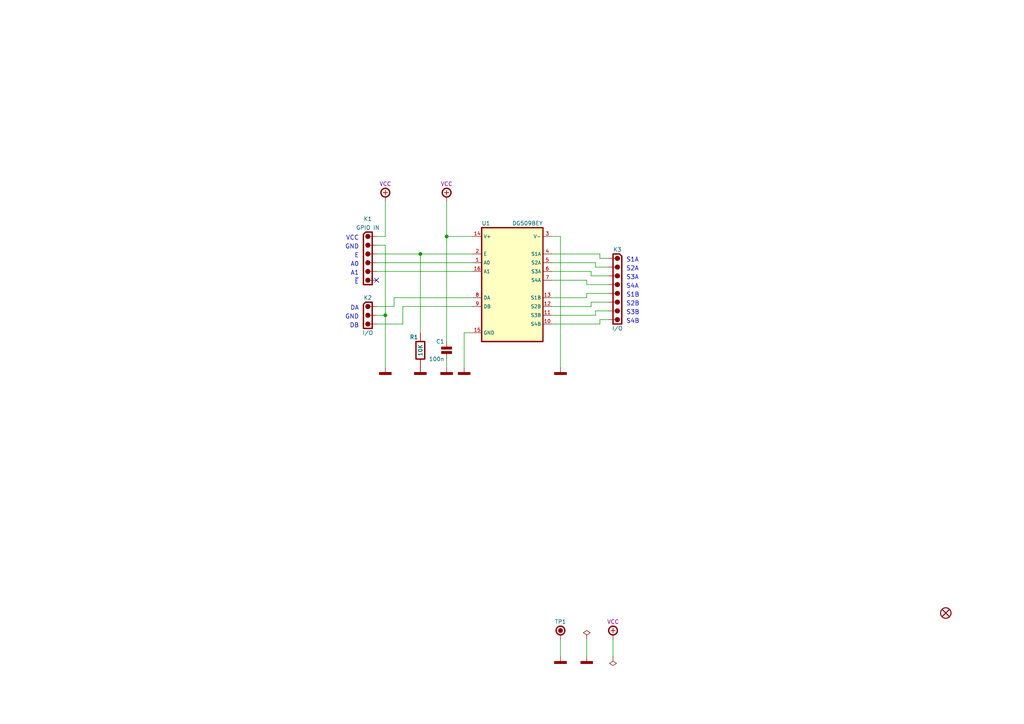
<source format=kicad_sch>
(kicad_sch (version 20231120) (generator "eeschema") (generator_version "8.0")
  (paper "A4")
  (title_block (title "GPIO - DG509B-HEADER") (date "01/2022") (rev "A"))
  (lib_symbols
    (symbol "tronixio:3M-SJ5376" (pin_numbers hide) (pin_names (offset 0) hide)
      (symbol "3M-SJ5376_0_1"
        (polyline (pts (xy -1.016 -1.016) (xy 1.016 1.016)) (stroke (width 0.3)))
        (polyline (pts (xy 1.016 -1.016) (xy -1.016 1.016)) (stroke (width 0.3)))
        (circle (center 0 0) (radius 1.524) (stroke (width 0.3)))
      )
    )
    (symbol "tronixio:CAPACITOR-1206-100N-50V-5P-X7R" (pin_numbers hide) (pin_names (offset 0) hide)
      (property "Reference" "C" (at 0.635 2.54 0))
      (property "Value" "100n" (at 0.635 -2.54 0))
      (symbol "CAPACITOR-1206-100N-50V-5P-X7R_0_1"
        (rectangle (start -1.524 -0.254) (end 1.524 -1.016) (stroke (width 0.001)) (fill (type outline)))
        (rectangle (start -1.524 1.016) (end 1.524 0.254) (stroke (width 0.001)) (fill (type outline)))
      )
      (symbol "CAPACITOR-1206-100N-50V-5P-X7R_1_1"
        (pin passive line (at 0 2.54 270) (length 1.905) (name "~") (number "1"))
        (pin passive line (at 0 -2.54 90) (length 1.905) (name "~") (number "2"))
      )
    )
    (symbol "tronixio:HARWIN-254-M-1X03-VERTICAL" (pin_numbers hide) (pin_names (offset 0) hide)
      (property "Reference" "K" (at 0 2.54 0))
      (property "Value" "SYMBOL-HEADER-M-1X03" (at 0 -7.62 0))
      (symbol "HARWIN-254-M-1X03-VERTICAL_0_1"
        (circle (center 0 -5.08) (radius 0.635) (stroke (width 0.2)) (fill (type outline)))
        (circle (center 0 -2.54) (radius 0.635) (stroke (width 0.2)) (fill (type outline)))
        (polyline (pts (xy -1.27 -6.35) (xy 1.27 -6.35) (xy 1.27 0.635) (xy 0.635 1.27) (xy -1.27 1.27) (xy -1.27 -6.35)) (stroke (width 0.4)))
        (circle (center 0 0) (radius 0.635) (stroke (width 0.2)) (fill (type outline)))
      )
      (symbol "HARWIN-254-M-1X03-VERTICAL_1_1"
        (pin passive line (at -2.54 0 0) (length 1.905) (name "1") (number "1"))
        (pin passive line (at -2.54 -2.54 0) (length 1.905) (name "2") (number "2"))
        (pin passive line (at -2.54 -5.08 0) (length 1.905) (name "3") (number "3"))
      )
    )
    (symbol "tronixio:HARWIN-254-M-1X06-RIGHT-ANGLE" (pin_numbers hide) (pin_names (offset 0) hide)
      (property "Reference" "K" (at 0 2.54 0))
      (property "Value" "HARWIN-254-M-1X06-RIGHT-ANGLE" (at 0 -15.24 0))
      (symbol "HARWIN-254-M-1X06-RIGHT-ANGLE_0_1"
        (circle (center 0 -12.7) (radius 0.635) (stroke (width 0.2)) (fill (type outline)))
        (circle (center 0 -10.16) (radius 0.635) (stroke (width 0.2)) (fill (type outline)))
        (circle (center 0 -7.62) (radius 0.635) (stroke (width 0.2)) (fill (type outline)))
        (circle (center 0 -5.08) (radius 0.635) (stroke (width 0.2)) (fill (type outline)))
        (circle (center 0 -2.54) (radius 0.635) (stroke (width 0.2)) (fill (type outline)))
        (polyline (pts (xy -1.27 -13.97) (xy 1.27 -13.97) (xy 1.27 0.635) (xy 0.635 1.27) (xy -1.27 1.27) (xy -1.27 -13.97)) (stroke (width 0.4)))
        (circle (center 0 0) (radius 0.635) (stroke (width 0.2)) (fill (type outline)))
      )
      (symbol "HARWIN-254-M-1X06-RIGHT-ANGLE_1_1"
        (pin passive line (at -2.54 0 0) (length 1.905) (name "1") (number "1"))
        (pin passive line (at -2.54 -2.54 0) (length 1.905) (name "2") (number "2"))
        (pin passive line (at -2.54 -5.08 0) (length 1.905) (name "3") (number "3"))
        (pin passive line (at -2.54 -7.62 0) (length 1.905) (name "4") (number "4"))
        (pin passive line (at -2.54 -10.16 0) (length 1.905) (name "5") (number "5"))
        (pin passive line (at -2.54 -12.7 0) (length 1.905) (name "6") (number "6"))
      )
    )
    (symbol "tronixio:HARWIN-254-M-1X08-VERTICAL" (pin_numbers hide) (pin_names (offset 0) hide)
      (property "Reference" "K" (at 0 2.54 0))
      (property "Value" "HARWIN-254-M-1X08-VERTICAL" (at 0 -20.32 0))
      (symbol "HARWIN-254-M-1X08-VERTICAL_0_1"
        (circle (center 0 -17.78) (radius 0.635) (stroke (width 0.2)) (fill (type outline)))
        (circle (center 0 -15.24) (radius 0.635) (stroke (width 0.2)) (fill (type outline)))
        (circle (center 0 -12.7) (radius 0.635) (stroke (width 0.2)) (fill (type outline)))
        (circle (center 0 -10.16) (radius 0.635) (stroke (width 0.2)) (fill (type outline)))
        (circle (center 0 -7.62) (radius 0.635) (stroke (width 0.2)) (fill (type outline)))
        (circle (center 0 -5.08) (radius 0.635) (stroke (width 0.2)) (fill (type outline)))
        (circle (center 0 -2.54) (radius 0.635) (stroke (width 0.2)) (fill (type outline)))
        (polyline (pts (xy -1.27 -19.05) (xy 1.27 -19.05) (xy 1.27 0.635) (xy 0.635 1.27) (xy -1.27 1.27) (xy -1.27 -19.05)) (stroke (width 0.4)))
        (circle (center 0 0) (radius 0.635) (stroke (width 0.2)) (fill (type outline)))
      )
      (symbol "HARWIN-254-M-1X08-VERTICAL_1_1"
        (pin passive line (at -2.54 0 0) (length 1.905) (name "Pin_1") (number "1"))
        (pin passive line (at -2.54 -2.54 0) (length 1.905) (name "Pin_2") (number "2"))
        (pin passive line (at -2.54 -5.08 0) (length 1.905) (name "Pin_3") (number "3"))
        (pin passive line (at -2.54 -7.62 0) (length 1.905) (name "Pin_4") (number "4"))
        (pin passive line (at -2.54 -10.16 0) (length 1.905) (name "Pin_5") (number "5"))
        (pin passive line (at -2.54 -12.7 0) (length 1.905) (name "Pin_6") (number "6"))
        (pin passive line (at -2.54 -15.24 0) (length 1.905) (name "Pin_7") (number "7"))
        (pin passive line (at -2.54 -17.78 0) (length 1.905) (name "Pin_8") (number "8"))
      )
    )
    (symbol "tronixio:KEYSTONE-2000-3" (pin_numbers hide) (pin_names (offset 0) hide)
      (property "Reference" "TP" (at 0 5.08 0))
      (symbol "KEYSTONE-2000-3_0_1"
        (circle (center 0 2.54) (radius 0.635) (stroke (width 0.001)) (fill (type outline)))
        (circle (center 0 2.54) (radius 1.27) (stroke (width 0.4)))
      )
      (symbol "KEYSTONE-2000-3_1_1"
        (pin passive line (at 0 0 90) (length 1.27) (name "1") (number "1"))
      )
    )
    (symbol "tronixio:POWER-+VCC" (power) (pin_numbers hide) (pin_names (offset 0) hide)
      (property "Name" "VCC" (at 0 5.08 0))
      (symbol "POWER-+VCC_0_1"
        (polyline (pts (xy -0.635 2.54) (xy 0.635 2.54)) (stroke (width 0.2)))
        (polyline (pts (xy 0 1.905) (xy 0 3.175)) (stroke (width 0.2)))
        (circle (center 0 2.54) (radius 1.27) (stroke (width 0.4)))
      )
      (symbol "POWER-+VCC_1_1"
        (pin power_in line (at 0 0 90) (length 1.27) (name "+VCC") (number "1"))
      )
    )
    (symbol "tronixio:POWER-FLAG" (power) (pin_numbers hide) (pin_names (offset 0) hide)
      (symbol "POWER-FLAG_0_0"
        (pin power_out line (at 0 0 90) (length 0) (name "pwr") (number "1"))
      )
      (symbol "POWER-FLAG_0_1"
        (polyline (pts (xy 0 0) (xy 0 1.27) (xy -1.016 1.905) (xy 0 2.54) (xy 1.016 1.905) (xy 0 1.27)))
      )
    )
    (symbol "tronixio:POWER-GND" (power) (pin_numbers hide) (pin_names (offset 0) hide)
      (symbol "POWER-GND_0_1"
        (rectangle (start -1.778 -2.032) (end 1.778 -1.27) (stroke (width 0.001)) (fill (type outline)))
      )
      (symbol "POWER-GND_1_1"
        (pin power_in line (at 0 0 270) (length 1.27) (name "GND") (number "1"))
      )
    )
    (symbol "tronixio:RESISTOR-1206-10K-5P" (pin_numbers hide) (pin_names (offset 0) hide)
      (property "Reference" "R" (at 0.635 3.81 0))
      (property "Value" "10k" (at 0 0 90))
      (symbol "RESISTOR-1206-10K-5P_0_1"
        (rectangle (start -1.27 -2.54) (end 1.27 2.54) (stroke (width 0.4)))
      )
      (symbol "RESISTOR-1206-10K-5P_1_1"
        (pin passive line (at 0 5.08 270) (length 2.54) (name "~") (number "1"))
        (pin passive line (at 0 -5.08 90) (length 2.54) (name "~") (number "2"))
      )
    )
    (symbol "tronixio:VISHAY-DG509BEY-SOIC" (pin_names (offset 0.5))
      (property "Reference" "U" (at 2.54 3.81 0))
      (property "Value" "DG509" (at 20.32 3.81 0))
      (symbol "VISHAY-DG509BEY-SOIC_0_1"
        (rectangle (start 2.54 2.54) (end 20.32 -30.48) (stroke (width 0.4)) (fill (type background)))
      )
      (symbol "VISHAY-DG509BEY-SOIC_1_1"
        (pin input line (at 0 -7.62 0) (length 2.54) (name "A0") (number "1"))
        (pin bidirectional line (at 22.86 -25.4 180) (length 2.54) (name "S4B") (number "10"))
        (pin bidirectional line (at 22.86 -22.86 180) (length 2.54) (name "S3B") (number "11"))
        (pin bidirectional line (at 22.86 -20.32 180) (length 2.54) (name "S2B") (number "12"))
        (pin bidirectional line (at 22.86 -17.78 180) (length 2.54) (name "S1B") (number "13"))
        (pin power_in line (at 0 0 0) (length 2.54) (name "V+") (number "14"))
        (pin power_in line (at 0 -27.94 0) (length 2.54) (name "GND") (number "15"))
        (pin input line (at 0 -10.16 0) (length 2.54) (name "A1") (number "16"))
        (pin input line (at 0 -5.08 0) (length 2.54) (name "E") (number "2"))
        (pin power_in line (at 22.86 0 180) (length 2.54) (name "V-") (number "3"))
        (pin bidirectional line (at 22.86 -5.08 180) (length 2.54) (name "S1A") (number "4"))
        (pin bidirectional line (at 22.86 -7.62 180) (length 2.54) (name "S2A") (number "5"))
        (pin bidirectional line (at 22.86 -10.16 180) (length 2.54) (name "S3A") (number "6"))
        (pin bidirectional line (at 22.86 -12.7 180) (length 2.54) (name "S4A") (number "7"))
        (pin bidirectional line (at 0 -17.78 0) (length 2.54) (name "DA") (number "8"))
        (pin bidirectional line (at 0 -20.32 0) (length 2.54) (name "DB") (number "9"))
      )
    )
  )
  (junction (at 111.76 91.44))
  (junction (at 121.92 73.66))
  (junction (at 129.54 68.58))
  (no_connect (at 109.22 81.28))
  (wire (pts (xy 109.22 78.74) (xy 137.16 78.74)))
  (wire (pts (xy 111.76 91.44) (xy 111.76 106.68)))
  (wire (pts (xy 160.02 86.36) (xy 170.18 86.36)))
  (wire (pts (xy 162.56 68.58) (xy 162.56 106.68)))
  (wire (pts (xy 129.54 58.42) (xy 129.54 68.58)))
  (wire (pts (xy 109.22 76.2) (xy 137.16 76.2)))
  (wire (pts (xy 160.02 78.74) (xy 171.45 78.74)))
  (wire (pts (xy 114.3 86.36) (xy 114.3 88.9)))
  (wire (pts (xy 134.62 96.52) (xy 134.62 106.68)))
  (wire (pts (xy 173.99 93.98) (xy 173.99 92.71)))
  (wire (pts (xy 172.72 76.2) (xy 172.72 77.47)))
  (wire (pts (xy 173.99 73.66) (xy 173.99 74.93)))
  (wire (pts (xy 109.22 73.66) (xy 121.92 73.66)))
  (wire (pts (xy 172.72 77.47) (xy 176.53 77.47)))
  (wire (pts (xy 137.16 88.9) (xy 116.84 88.9)))
  (wire (pts (xy 129.54 68.58) (xy 137.16 68.58)))
  (wire (pts (xy 177.8 185.42) (xy 177.8 190.5)))
  (wire (pts (xy 170.18 82.55) (xy 176.53 82.55)))
  (wire (pts (xy 171.45 78.74) (xy 171.45 80.01)))
  (wire (pts (xy 160.02 73.66) (xy 173.99 73.66)))
  (wire (pts (xy 137.16 96.52) (xy 134.62 96.52)))
  (wire (pts (xy 160.02 81.28) (xy 170.18 81.28)))
  (wire (pts (xy 172.72 90.17) (xy 176.53 90.17)))
  (wire (pts (xy 162.56 185.42) (xy 162.56 190.5)))
  (wire (pts (xy 172.72 91.44) (xy 172.72 90.17)))
  (wire (pts (xy 160.02 91.44) (xy 172.72 91.44)))
  (wire (pts (xy 160.02 88.9) (xy 171.45 88.9)))
  (wire (pts (xy 170.18 85.09) (xy 176.53 85.09)))
  (wire (pts (xy 173.99 92.71) (xy 176.53 92.71)))
  (wire (pts (xy 171.45 80.01) (xy 176.53 80.01)))
  (wire (pts (xy 111.76 68.58) (xy 111.76 58.42)))
  (wire (pts (xy 170.18 81.28) (xy 170.18 82.55)))
  (wire (pts (xy 109.22 91.44) (xy 111.76 91.44)))
  (wire (pts (xy 160.02 93.98) (xy 173.99 93.98)))
  (wire (pts (xy 160.02 76.2) (xy 172.72 76.2)))
  (wire (pts (xy 160.02 68.58) (xy 162.56 68.58)))
  (wire (pts (xy 129.54 106.68) (xy 129.54 104.14)))
  (wire (pts (xy 111.76 71.12) (xy 111.76 91.44)))
  (wire (pts (xy 170.18 86.36) (xy 170.18 85.09)))
  (wire (pts (xy 121.92 73.66) (xy 121.92 96.52)))
  (wire (pts (xy 109.22 68.58) (xy 111.76 68.58)))
  (wire (pts (xy 116.84 88.9) (xy 116.84 93.98)))
  (wire (pts (xy 121.92 73.66) (xy 137.16 73.66)))
  (wire (pts (xy 171.45 87.63) (xy 176.53 87.63)))
  (wire (pts (xy 171.45 88.9) (xy 171.45 87.63)))
  (wire (pts (xy 170.18 185.42) (xy 170.18 190.5)))
  (wire (pts (xy 114.3 86.36) (xy 137.16 86.36)))
  (wire (pts (xy 109.22 88.9) (xy 114.3 88.9)))
  (wire (pts (xy 129.54 68.58) (xy 129.54 99.06)))
  (wire (pts (xy 173.99 74.93) (xy 176.53 74.93)))
  (wire (pts (xy 109.22 93.98) (xy 116.84 93.98)))
  (wire (pts (xy 109.22 71.12) (xy 111.76 71.12)))
  (text "A0" (at 104.14 77.47 0) (effects (font (size 1.27 1.27)) (justify right bottom)))
  (text "S4A" (at 181.61 83.82 0) (effects (font (size 1.27 1.27)) (justify left bottom)))
  (text "S2A" (at 181.61 78.74 0) (effects (font (size 1.27 1.27)) (justify left bottom)))
  (text "~{E}" (at 104.14 82.55 0) (effects (font (size 1.27 1.27)) (justify right bottom)))
  (text "S3B" (at 181.61 91.44 0) (effects (font (size 1.27 1.27)) (justify left bottom)))
  (text "VCC" (at 104.14 69.85 0) (effects (font (size 1.27 1.27)) (justify right bottom)))
  (text "E" (at 104.14 74.93 0) (effects (font (size 1.27 1.27)) (justify right bottom)))
  (text "S1B" (at 181.61 86.36 0) (effects (font (size 1.27 1.27)) (justify left bottom)))
  (text "S2B" (at 181.61 88.9 0) (effects (font (size 1.27 1.27)) (justify left bottom)))
  (text "S3A" (at 181.61 81.28 0) (effects (font (size 1.27 1.27)) (justify left bottom)))
  (text "A1" (at 104.14 80.01 0) (effects (font (size 1.27 1.27)) (justify right bottom)))
  (text "DA" (at 104.14 90.17 0) (effects (font (size 1.27 1.27)) (justify right bottom)))
  (text "GND" (at 104.14 72.39 0) (effects (font (size 1.27 1.27)) (justify right bottom)))
  (text "DB" (at 104.14 95.25 0) (effects (font (size 1.27 1.27)) (justify right bottom)))
  (text "S1A" (at 181.61 76.2 0) (effects (font (size 1.27 1.27)) (justify left bottom)))
  (text "S4B" (at 181.61 93.98 0) (effects (font (size 1.27 1.27)) (justify left bottom)))
  (text "GND" (at 104.14 92.71 0) (effects (font (size 1.27 1.27)) (justify right bottom)))
  (symbol (lib_id "tronixio:CAPACITOR-1206-100N-50V-5P-X7R") (at 129.54 101.6 0) (unit 1)
    (property "Reference" "C1" (at 128.905 99.06 0) (effects (font (size 1.15 1.15)) (justify right)))
    (property "Value" "100n" (at 128.905 104.14 0) (effects (font (size 1.15 1.15)) (justify right)))
    (property "Footprint" "tronixio:CAPACITOR-SMD-1206" (effects (hide yes)))
    (property "Voltage" "50V" (effects (hide yes)))
    (property "Tolerance" "5%" (effects (hide yes)))
    (property "Mouser" "80-C1206C104J5R" (effects (hide yes)))
  )
  (symbol (lib_id "tronixio:HARWIN-254-M-1X03-VERTICAL") (at 106.68 88.9 0) (mirror y) (unit 1)
    (property "Reference" "K2" (at 106.68 86.36 0) (effects (font (size 1.15 1.15))))
    (property "Value" "I/O" (at 106.68 96.52 0) (effects (font (size 1.15 1.15))))
    (property "Footprint" "tronixio:HARWIN-M20-999034x" (effects (hide yes)))
    (property "Datasheet" "https://www.harwin.com/products/M20-9990346/" (effects (hide yes)))
    (property "Mouser" "855-M20-999034" (effects (hide yes)))
  )
  (symbol (lib_id "tronixio:HARWIN-254-M-1X08-VERTICAL") (at 179.07 74.93 0) (unit 1)
    (property "Reference" "K3" (at 179.07 72.39 0) (effects (font (size 1.15 1.15))))
    (property "Value" "I/O" (at 179.07 95.25 0) (effects (font (size 1.15 1.15))))
    (property "Footprint" "tronixio:HARWIN-M20-999084x" (effects (hide yes)))
    (property "Datasheet" "https://www.harwin.com/products/M20-9990846/" (effects (hide yes)))
    (property "Mouser" "855-M20-999084" (effects (hide yes)))
  )
  (symbol (lib_id "tronixio:POWER-+VCC") (at 129.54 58.42 0) (unit 1)
    (property "Reference" "#PWR03" (effects (hide yes)))
    (property "Value" "POWER-VBAT" (effects (hide yes)))
    (property "Name" "VCC" (at 129.54 53.34 0) (effects (font (size 1.15 1.15))))
  )
  (symbol (lib_id "tronixio:VISHAY-DG509BEY-SOIC") (at 137.16 68.58 0) (unit 1)
    (property "Reference" "U1" (at 139.7 64.77 0) (effects (font (size 1.15 1.15)) (justify left)))
    (property "Value" "DG509BEY" (at 157.48 64.77 0) (effects (font (size 1.15 1.15)) (justify right)))
    (property "Footprint" "tronixio:SOIC-16" (effects (hide yes)))
    (property "Datasheet" "https://www.vishay.com/docs/64821/dg508b.pdf" (effects (hide yes)))
    (property "Mouser" "781-DG509BEY-E3" (effects (hide yes)))
  )
  (symbol (lib_id "tronixio:POWER-FLAG") (at 177.8 190.5 180) (unit 1)
    (property "Reference" "#FLG02" (effects (hide yes)))
    (property "Value" "PWR_FLAG" (effects (hide yes)))
  )
  (symbol (lib_id "tronixio:KEYSTONE-2000-3") (at 162.56 185.42 0) (unit 1)
    (property "Reference" "TP1" (at 162.56 180.34 0) (effects (font (size 1.15 1.15))))
    (property "Value" "GND" (effects (hide yes)))
    (property "Footprint" "tronixio:KEYSTONE-2000-3" (effects (hide yes)))
    (property "Datasheet" "https://www.keyelco.com/product.cfm/product_id/3037" (effects (hide yes)))
    (property "Mouser" "534-2000-3" (effects (hide yes)))
  )
  (symbol (lib_id "tronixio:HARWIN-254-M-1X06-RIGHT-ANGLE") (at 106.68 68.58 0) (mirror y) (unit 1)
    (property "Reference" "K1" (at 106.68 63.5 0) (effects (font (size 1.15 1.15))))
    (property "Value" "GPIO IN" (at 106.68 66.04 0) (effects (font (size 1.15 1.15))))
    (property "Footprint" "tronixio:HARWIN-M20-975064x" (effects (hide yes)))
    (property "Datasheet" "https://www.harwin.com/products/M20-9750646/" (effects (hide yes)))
    (property "Mouser" "855-M20-975064" (effects (hide yes)))
  )
  (symbol (lib_id "tronixio:POWER-+VCC") (at 111.76 58.42 0) (unit 1)
    (property "Reference" "#PWR01" (effects (hide yes)))
    (property "Value" "POWER-VBAT" (effects (hide yes)))
    (property "Name" "VCC" (at 111.76 53.34 0) (effects (font (size 1.15 1.15))))
  )
  (symbol (lib_id "tronixio:3M-SJ5376") (at 274.32 177.8 0) (unit 1)
    (property "Reference" "U2" (effects (hide yes)))
    (property "Value" "3M-SJ5376" (effects (hide yes)))
    (property "Footprint" "tronixio:3M-SJ5376" (effects (hide yes)))
    (property "Datasheet" "https://multimedia.3m.com/mws/media/743845O/sjxx76-pdf.pdf" (effects (hide yes)))
    (property "Mouser" "517-SJ5376" (effects (hide yes)))
  )
  (symbol (lib_id "tronixio:POWER-GND") (at 134.62 106.68 0) (unit 1)
    (property "Reference" "#PWR05" (effects (hide yes)))
    (property "Value" "POWER-GND" (effects (hide yes)))
  )
  (symbol (lib_id "tronixio:POWER-GND") (at 170.18 190.5 0) (unit 1)
    (property "Reference" "#PWR08" (effects (hide yes)))
    (property "Value" "POWER-GND" (effects (hide yes)))
  )
  (symbol (lib_id "tronixio:POWER-GND") (at 162.56 190.5 0) (unit 1)
    (property "Reference" "#PWR06" (effects (hide yes)))
    (property "Value" "POWER-GND" (effects (hide yes)))
  )
  (symbol (lib_id "tronixio:POWER-GND") (at 121.92 106.68 0) (unit 1)
    (property "Reference" "#PWR?" (effects (hide yes)))
    (property "Value" "POWER-GND" (effects (hide yes)))
  )
  (symbol (lib_id "tronixio:POWER-GND") (at 129.54 106.68 0) (unit 1)
    (property "Reference" "#PWR04" (effects (hide yes)))
    (property "Value" "POWER-GND" (effects (hide yes)))
  )
  (symbol (lib_id "tronixio:RESISTOR-1206-10K-5P") (at 121.92 101.6 0) (unit 1)
    (property "Reference" "R1" (at 121.285 97.79 0) (effects (font (size 1.15 1.15)) (justify right)))
    (property "Value" "10K" (at 121.92 101.6 90) (effects (font (size 1.15 1.15))))
    (property "Footprint" "tronixio:RESISTOR-SMD-1206" (effects (hide yes)))
    (property "Tolerance" "5%" (effects (hide yes)))
    (property "Mouser" "660-RK73B2BTTDD103J" (effects (hide yes)))
  )
  (symbol (lib_id "tronixio:POWER-GND") (at 162.56 106.68 0) (unit 1)
    (property "Reference" "#PWR07" (effects (hide yes)))
    (property "Value" "POWER-GND" (effects (hide yes)))
  )
  (symbol (lib_id "tronixio:POWER-GND") (at 111.76 106.68 0) (unit 1)
    (property "Reference" "#PWR02" (effects (hide yes)))
    (property "Value" "POWER-GND" (effects (hide yes)))
  )
  (symbol (lib_id "tronixio:POWER-FLAG") (at 170.18 185.42 0) (unit 1)
    (property "Reference" "#FLG01" (effects (hide yes)))
    (property "Value" "PWR_FLAG" (effects (hide yes)))
  )
  (symbol (lib_id "tronixio:POWER-+VCC") (at 177.8 185.42 0) (unit 1)
    (property "Reference" "#PWR09" (effects (hide yes)))
    (property "Value" "POWER-VBAT" (effects (hide yes)))
    (property "Name" "VCC" (at 177.8 180.34 0) (effects (font (size 1.15 1.15))))
  )
)
</source>
